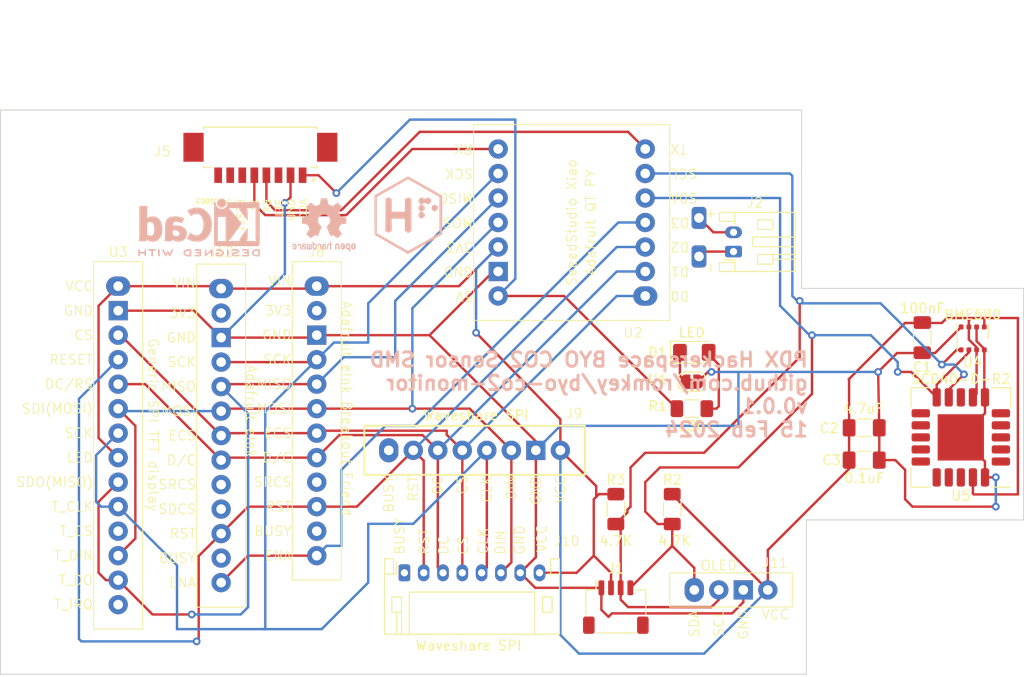
<source format=kicad_pcb>
(kicad_pcb (version 20221018) (generator pcbnew)
  (layers (0 "F.Cu" signal) (31 "B.Cu" signal) (34 "B.Paste" user) (35 "F.Paste" user) (36 "B.SilkS" user "B.Silkscreen") (37 "F.SilkS" user "F.Silkscreen") (38 "B.Mask" user) (39 "F.Mask" user) (44 "Edge.Cuts" user))
  (net 0 "")
  (net 1 "+3.3V")
  (net 2 "GND")
  (net 3 "Net-(D1-K)")
  (net 4 "Net-(D1-A)")
  (net 5 "/SCL")
  (net 6 "/SDA")
  (net 7 "Net-(J2-BAT-)")
  (net 8 "Net-(J2-BAT+)")
  (net 9 "+5V")
  (net 11 "/CPU_TX")
  (net 12 "/CPU_RX")
  (net 17 "/SCK")
  (net 18 "/SDO")
  (net 19 "/SDI")
  (net 20 "/D_CS")
  (net 21 "/DC")
  (net 23 "/D_RST")
  (net 25 "/D_ENA")
  (footprint "1myFootprints:Wavshare ePaper SPI" (layer "F.Cu") (at 76.55 49.784 90)
    (fp_text reference "J9")
    (fp_text value "~" hide)
  )
  (footprint "Package_LGA:Bosch_LGA-8_3x3mm_P0.8mm_ClockwisePinNumbering" (layer "F.Cu") (at 116.732 38.1825 180)
    (fp_text reference "U4")
    (fp_text value "BME680")
  )
  (footprint "MountingHole:MountingHole_2.7mm_M2.5" (layer "F.Cu") (at 95.8 70.3)
    (fp_text reference "H4" hide)
    (fp_text value "MountingHole" hide)
  )
  (footprint "1myFootprints:Xiao ESP32S3" (layer "F.Cu") (at 77.724 13.462 180)
    (fp_text reference "U2")
    (fp_text value "~")
  )
  (footprint "1myFootprints:LiPo Pads" (layer "F.Cu") (at 91.972 27.286 90)
    (fp_text reference "J3" hide)
    (fp_text value "Conn_01x02" hide)
  )
  (footprint "Resistor_SMD:R_1206_3216Metric_Pad1.30x1.75mm_HandSolder" (layer "F.Cu") (at 79.756 55.88 -90)
    (fp_text reference "R3")
    (fp_text value "4.7K")
  )
  (footprint "1myFootprints:Waveshare ePaper SPI JST" (layer "F.Cu") (at 74.55 64.484 90)
    (fp_text reference "J10")
    (fp_text value "~" hide)
  )
  (footprint "Jumper:SolderJumper-2_P1.3mm_Bridged_RoundedPad1.0x1.5mm" (layer "F.Cu") (at 87.63 42.672)
    (fp_text reference "U1")
    (fp_text value "~")
  )
  (footprint "Capacitor_SMD:C_1206_3216Metric_Pad1.33x1.80mm_HandSolder" (layer "F.Cu") (at 105.4855 47.45)
    (fp_text reference "C2")
    (fp_text value "4.7uF")
  )
  (footprint "1myFootprints:Adafruit eInk Breakout Friend" (layer "F.Cu") (at 48.768 58.166)
    (fp_text reference "J8")
    (fp_text value "~" hide)
  )
  (footprint "MountingHole:MountingHole_2.7mm_M2.5" (layer "F.Cu") (at 19.3 70.3)
    (fp_text reference "H3" hide)
    (fp_text value "MountingHole" hide)
  )
  (footprint "1myFootprints:SPI_TFT_TOUCH" (layer "F.Cu") (at 30.734 68.326)
    (fp_text reference "U3")
    (fp_text value "~" hide)
  )
  (footprint "Resistor_SMD:R_1206_3216Metric_Pad1.30x1.75mm_HandSolder" (layer "F.Cu") (at 87.63 45.466)
    (fp_text reference "R1")
    (fp_text value "130")
  )
  (footprint "LED_SMD:LED_1206_3216Metric_Pad1.42x1.75mm_HandSolder" (layer "F.Cu") (at 87.884 39.624)
    (fp_text reference "D1")
    (fp_text value "LED")
  )
  (footprint "MountingHole:MountingHole_2.7mm_M2.5" (layer "F.Cu") (at 95.8 17.8)
    (fp_text reference "H2" hide)
    (fp_text value "MountingHole" hide)
  )
  (footprint "Connector_JST:JST_SH_SM04B-SRSS-TB_1x04-1MP_P1.00mm_Horizontal" (layer "F.Cu") (at 79.756 66.04)
    (fp_text reference "J1")
    (fp_text value "~" hide)
  )
  (footprint "1myFootprints:Adafruit eInk Breakout (GENERIC)" (layer "F.Cu") (at 38.862 58.42)
    (fp_text reference "J12")
    (fp_text value "~" hide)
  )
  (footprint "Capacitor_SMD:C_1206_3216Metric_Pad1.33x1.80mm_HandSolder" (layer "F.Cu") (at 111.506 38.1 -90)
    (fp_text reference "C1")
    (fp_text value "100nF")
  )
  (footprint "MountingHole:MountingHole_2.7mm_M2.5" (layer "F.Cu") (at 19.3 17.8)
    (fp_text reference "H1" hide)
    (fp_text value "MountingHole" hide)
  )
  (footprint "1myFootprints:LiPo Connector" (layer "F.Cu") (at 102.098 28.178 90)
    (fp_text reference "J2")
    (fp_text value "~" hide)
  )
  (footprint "Sensor:Sensirion_SCD4x-1EP_10.1x10.1mm_P1.25mm_EP4.8x4.8mm" (layer "F.Cu") (at 115.5 48.444 180)
    (fp_text reference "U5")
    (fp_text value "SCD40-D-R2")
  )
  (footprint "Capacitor_SMD:C_1206_3216Metric_Pad1.33x1.80mm_HandSolder" (layer "F.Cu") (at 105.4855 50.8)
    (fp_text reference "C3")
    (fp_text value "0.1uF")
  )
  (footprint "Resistor_SMD:R_1206_3216Metric_Pad1.30x1.75mm_HandSolder" (layer "F.Cu") (at 85.598 55.88 -90)
    (fp_text reference "R2")
    (fp_text value "4.7K")
  )
  (footprint "1myFootprints:Generic I2C OLED" (layer "F.Cu") (at 100.584 64.262 90)
    (fp_text reference "J11")
    (fp_text value "~")
  )
  (footprint "1myFootprints:PMS5003 Connector" (layer "F.Cu") (at 42.321 13.4725 180)
    (fp_text reference "J5")
    (fp_text value "~" hide)
  )
  (footprint "Symbol:KiCad-Logo2_5mm_SilkScreen" (layer "B.Cu") (at 36.576 26.67 180)
    (fp_text reference "REF**" hide)
    (fp_text value "KiCad-Logo2_5mm_SilkScreen" hide)
  )
  (footprint "1myFootprints:CTRLH Logo" (layer "B.Cu") (at 58.42 25.4 180)
    (fp_text reference "REF**" hide)
    (fp_text value "CTRLH Logo" hide)
  )
  (footprint "1myFootprints:OSHW-Logo2_7.3x6mm_SilkScreen" (layer "B.Cu") (at 49.53 26.416 180)
    (fp_text reference "REF**" hide)
    (fp_text value "OSHW-Logo2_7.3x6mm_SilkScreen" hide)
  )
  (gr_line (start 122 33) (end 99 33) (stroke (width 0.1)) (layer "Edge.Cuts"))
  (gr_line (start 16 14.5) (end 16 73) (stroke (width 0.1)) (layer "Edge.Cuts"))
  (gr_line (start 99.5 57) (end 122 57) (stroke (width 0.1)) (layer "Edge.Cuts"))
  (gr_line (start 16 73) (end 99.5 73) (stroke (width 0.1)) (layer "Edge.Cuts"))
  (gr_line (start 99 14.5) (end 16 14.5) (stroke (width 0.1)) (layer "Edge.Cuts"))
  (gr_line (start 122 57) (end 122 33) (stroke (width 0.1)) (layer "Edge.Cuts"))
  (gr_line (start 99.5 73) (end 99.5 57) (stroke (width 0.1)) (layer "Edge.Cuts"))
  (gr_line (start 99 33) (end 99 14.5) (stroke (width 0.1)) (layer "Edge.Cuts"))
  (gr_text "PDX Hackerspace BYO CO2 Sensor SMD\ngithub.com/romkey/byo-co2-monitor\nv0.0.1\n15 Feb 2024\n" (at 99.822 48.514) (layer "B.SilkS") (effects (font (size 1.5 1.5) (thickness 0.3) bold) (justify left bottom mirror)))
  (gr_text "Waveshare SPI" (at 58.928 70.612) (layer "F.SilkS") (effects (font (size 1 1)) (justify left bottom)))
  (gr_text "Waveshare SPI" (at 59.69 46.736) (layer "F.SilkS") (effects (font (size 1 1)) (justify left bottom)))
  (segment (start 117.932 36.144) (end 117.856 36.068) (width 0.25) (layer "F.Cu") (net 1))
  (segment (start 77.47 54.864) (end 77.47 60.706) (width 0.25) (layer "F.Cu") (net 1))
  (segment (start 117.132 39.104036) (end 116.332 38.304036) (width 0.25) (layer "F.Cu") (net 1))
  (segment (start 117.932 36.995) (end 117.932 36.144) (width 0.25) (layer "F.Cu") (net 1))
  (segment (start 74.01 49.784) (end 77.724 53.498) (width 0.25) (layer "F.Cu") (net 1))
  (segment (start 117.132 39.37) (end 117.132 43.912) (width 0.25) (layer "F.Cu") (net 1))
  (segment (start 116.586 36.068) (end 116.332 36.322) (width 0.25) (layer "F.Cu") (net 1))
  (segment (start 74.01 49.784) (end 74.01 46.578) (width 0.25) (layer "F.Cu") (net 1))
  (segment (start 113.538 36.576) (end 114.046 36.068) (width 0.25) (layer "F.Cu") (net 1))
  (segment (start 95.504 60.119) (end 95.504 64.262) (width 0.25) (layer "F.Cu") (net 1))
  (segment (start 48.768 32.766) (end 63.5 32.766) (width 0.25) (layer "F.Cu") (net 1))
  (segment (start 110.744 36.576) (end 113.538 36.576) (width 0.25) (layer "F.Cu") (net 1))
  (segment (start 75.692 62.484) (end 77.47 60.706) (width 0.25) (layer "F.Cu") (net 1))
  (segment (start 28.194 50.546) (end 26.162 48.514) (width 0.25) (layer "F.Cu") (net 1))
  (segment (start 117.132 43.912) (end 116.75 44.294) (width 0.25) (layer "F.Cu") (net 1))
  (segment (start 103.886 42.418) (end 103.923 42.455) (width 0.25) (layer "F.Cu") (net 1))
  (segment (start 26.162 48.514) (end 26.162 34.798) (width 0.25) (layer "F.Cu") (net 1))
  (segment (start 103.923 50.8) (end 103.923 51.7) (width 0.25) (layer "F.Cu") (net 1))
  (segment (start 71.85 62.484) (end 75.692 62.484) (width 0.25) (layer "F.Cu") (net 1))
  (segment (start 78.004 54.33) (end 77.724 54.61) (width 0.25) (layer "F.Cu") (net 1))
  (segment (start 38.862 33.02) (end 48.514 33.02) (width 0.25) (layer "F.Cu") (net 1))
  (segment (start 116.75 54.266) (end 116.75 52.594) (width 0.25) (layer "F.Cu") (net 1))
  (segment (start 103.923 47.45) (end 103.923 50.8) (width 0.25) (layer "F.Cu") (net 1))
  (segment (start 116.84 54.356) (end 116.75 54.266) (width 0.25) (layer "F.Cu") (net 1))
  (segment (start 77.724 53.498) (end 77.724 54.61) (width 0.25) (layer "F.Cu") (net 1))
  (segment (start 103.923 42.455) (end 103.923 47.45) (width 0.25) (layer "F.Cu") (net 1))
  (segment (start 117.856 36.068) (end 116.586 36.068) (width 0.25) (layer "F.Cu") (net 1))
  (segment (start 121.412 36.068) (end 121.412 54.356) (width 0.25) (layer "F.Cu") (net 1))
  (segment (start 79.256 62.492) (end 79.256 64.04) (width 0.25) (layer "F.Cu") (net 1))
  (segment (start 114.046 36.068) (end 116.586 36.068) (width 0.25) (layer "F.Cu") (net 1))
  (segment (start 116.332 36.322) (end 116.332 36.995) (width 0.25) (layer "F.Cu") (net 1))
  (segment (start 63.5 32.766) (end 67.564 28.702) (width 0.25) (layer "F.Cu") (net 1))
  (segment (start 77.724 54.61) (end 77.47 54.864) (width 0.25) (layer "F.Cu") (net 1))
  (segment (start 77.47 60.706) (end 79.256 62.492) (width 0.25) (layer "F.Cu") (net 1))
  (segment (start 117.132 39.37) (end 117.132 39.104036) (width 0.25) (layer "F.Cu") (net 1))
  (segment (start 85.598 54.356) (end 95.504 64.262) (width 0.25) (layer "F.Cu") (net 1))
  (segment (start 121.412 54.356) (end 116.84 54.356) (width 0.25) (layer "F.Cu") (net 1))
  (segment (start 79.756 54.33) (end 78.004 54.33) (width 0.25) (layer "F.Cu") (net 1))
  (segment (start 109.728 36.576) (end 103.886 42.418) (width 0.25) (layer "F.Cu") (net 1))
  (segment (start 103.923 51.7) (end 95.504 60.119) (width 0.25) (layer "F.Cu") (net 1))
  (segment (start 116.332 38.304036) (end 116.332 36.995) (width 0.25) (layer "F.Cu") (net 1))
  (segment (start 28.194 32.766) (end 38.608 32.766) (width 0.25) (layer "F.Cu") (net 1))
  (segment (start 110.744 36.576) (end 109.728 36.576) (width 0.25) (layer "F.Cu") (net 1))
  (segment (start 26.162 34.798) (end 28.194 32.766) (width 0.25) (layer "F.Cu") (net 1))
  (segment (start 117.856 36.068) (end 121.412 36.068) (width 0.25) (layer "F.Cu") (net 1))
  (segment (start 74.01 46.578) (end 65.278 37.592) (width 0.25) (layer "F.Cu") (net 1))
  (via (at 65.278 37.592) (size 0.8) (drill 0.4) (layers "F.Cu" "B.Cu") (net 1))
  (segment (start 74.01 68.93) (end 75.946 70.866) (width 0.25) (layer "B.Cu") (net 1))
  (segment (start 67.564 28.702) (end 65.278 30.988) (width 0.25) (layer "B.Cu") (net 1))
  (segment (start 88.9 70.866) (end 95.504 64.262) (width 0.25) (layer "B.Cu") (net 1))
  (segment (start 65.278 30.988) (end 65.278 37.592) (width 0.25) (layer "B.Cu") (net 1))
  (segment (start 75.946 70.866) (end 88.9 70.866) (width 0.25) (layer "B.Cu") (net 1))
  (segment (start 74.01 49.784) (end 74.01 68.93) (width 0.25) (layer "B.Cu") (net 1))
  (segment (start 107.048 41.542) (end 106.934 41.656) (width 0.25) (layer "F.Cu") (net 2))
  (segment (start 112.826 39.701) (end 115.532 36.995) (width 0.25) (layer "F.Cu") (net 2))
  (segment (start 71.47 48.864) (end 71.47 49.784) (width 0.25) (layer "F.Cu") (net 2))
  (segment (start 46.051 23.545) (end 46.051 21.2625) (width 0.25) (layer "F.Cu") (net 2))
  (segment (start 36.068 35.306) (end 38.862 38.1) (width 0.25) (layer "F.Cu") (net 2))
  (segment (start 60.452 37.846) (end 48.768 37.846) (width 0.25) (layer "F.Cu") (net 2))
  (segment (start 119.11 52.594) (end 119.126 52.578) (width 0.25) (layer "F.Cu") (net 2))
  (segment (start 28.194 35.306) (end 36.068 35.306) (width 0.25) (layer "F.Cu") (net 2))
  (segment (start 89.662 41.656) (end 89.296 41.656) (width 0.25) (layer "F.Cu") (net 2))
  (segment (start 45.466 24.13) (end 46.051 23.545) (width 0.25) (layer "F.Cu") (net 2))
  (segment (start 109.728 54.864) (end 110.49 55.626) (width 0.25) (layer "F.Cu") (net 2))
  (segment (start 71.406 64.04) (end 69.85 62.484) (width 0.25) (layer "F.Cu") (net 2))
  (segment (start 118 52.594) (end 119.11 52.594) (width 0.25) (layer "F.Cu") (net 2))
  (segment (start 89.296 41.656) (end 88.28 42.672) (width 0.25) (layer "F.Cu") (net 2))
  (segment (start 110.744 39.701) (end 108.889 39.701) (width 0.25) (layer "F.Cu") (net 2))
  (segment (start 107.048 47.45) (end 107.048 50.8) (width 0.25) (layer "F.Cu") (net 2))
  (segment (start 118 50.944) (end 115.5 48.444) (width 0.25) (layer "F.Cu") (net 2))
  (segment (start 60.452 37.846) (end 71.47 48.864) (width 0.25) (layer "F.Cu") (net 2))
  (segment (start 78.256 64.04) (end 71.406 64.04) (width 0.25) (layer "F.Cu") (net 2))
  (segment (start 78.256 66.318) (end 78.994 67.056) (width 0.25) (layer "F.Cu") (net 2))
  (segment (start 71.47 60.864) (end 69.85 62.484) (width 0.25) (layer "F.Cu") (net 2))
  (segment (start 117.132 36.995) (end 117.132 38.46764) (width 0.25) (layer "F.Cu") (net 2))
  (segment (start 79.36 66.69) (end 91.806 66.69) (width 0.25) (layer "F.Cu") (net 2))
  (segment (start 71.47 49.784) (end 71.47 60.864) (width 0.25) (layer "F.Cu") (net 2))
  (segment (start 109.728 51.816) (end 109.728 54.864) (width 0.25) (layer "F.Cu") (net 2))
  (segment (start 118 52.594) (end 118 50.944) (width 0.25) (layer "F.Cu") (net 2))
  (segment (start 107.048 50.8) (end 108.712 50.8) (width 0.25) (layer "F.Cu") (net 2))
  (segment (start 106.934 41.656) (end 107.048 47.45) (width 0.25) (layer "F.Cu") (net 2))
  (segment (start 118 44.294) (end 118 45.944) (width 0.25) (layer "F.Cu") (net 2))
  (segment (start 91.806 66.69) (end 92.964 65.532) (width 0.25) (layer "F.Cu") (net 2))
  (segment (start 117.132 38.46764) (end 117.932 39.26764) (width 0.25) (layer "F.Cu") (net 2))
  (segment (start 38.862 38.1) (end 48.514 38.1) (width 0.25) (layer "F.Cu") (net 2))
  (segment (start 110.744 39.701) (end 112.826 39.701) (width 0.25) (layer "F.Cu") (net 2))
  (segment (start 118 45.944) (end 115.5 48.444) (width 0.25) (layer "F.Cu") (net 2))
  (segment (start 110.49 55.626) (end 119.126 55.626) (width 0.25) (layer "F.Cu") (net 2))
  (segment (start 117.932 39.37) (end 117.932 44.226) (width 0.25) (layer "F.Cu") (net 2))
  (segment (start 92.964 65.532) (end 92.964 64.262) (width 0.25) (layer "F.Cu") (net 2))
  (segment (start 108.712 50.8) (end 109.728 51.816) (width 0.25) (layer "F.Cu") (net 2))
  (segment (start 78.256 64.04) (end 78.256 66.318) (width 0.25) (layer "F.Cu") (net 2))
  (segment (start 67.056 31.242) (end 60.452 37.846) (width 0.25) (layer "F.Cu") (net 2))
  (segment (start 78.994 67.056) (end 79.36 66.69) (width 0.25) (layer "F.Cu") (net 2))
  (segment (start 108.889 39.701) (end 107.048 41.542) (width 0.25) (layer "F.Cu") (net 2))
  (via (at 119.126 52.578) (size 0.8) (drill 0.4) (layers "F.Cu" "B.Cu") (net 2))
  (via (at 119.126 55.626) (size 0.8) (drill 0.4) (layers "F.Cu" "B.Cu") (net 2))
  (via (at 89.662 41.656) (size 0.8) (drill 0.4) (layers "F.Cu" "B.Cu") (net 2))
  (via (at 106.934 41.656) (size 0.8) (drill 0.4) (layers "F.Cu" "B.Cu") (net 2))
  (via (at 45.466 24.13) (size 0.8) (drill 0.4) (layers "F.Cu" "B.Cu") (net 2))
  (segment (start 92.456 47.244) (end 92.456 41.656) (width 0.25) (layer "B.Cu") (net 2))
  (segment (start 45.466 31.496) (end 45.466 24.13) (width 0.25) (layer "B.Cu") (net 2))
  (segment (start 119.126 52.578) (end 119.126 55.626) (width 0.25) (layer "B.Cu") (net 2))
  (segment (start 38.862 38.1) (end 45.466 31.496) (width 0.25) (layer "B.Cu") (net 2))
  (segment (start 74.01 47.244) (end 92.456 47.244) (width 0.25) (layer "B.Cu") (net 2))
  (segment (start 71.47 49.784) (end 74.01 47.244) (width 0.25) (layer "B.Cu") (net 2))
  (segment (start 106.934 41.656) (end 92.456 41.656) (width 0.25) (layer "B.Cu") (net 2))
  (segment (start 92.456 41.656) (end 89.662 41.656) (width 0.25) (layer "B.Cu") (net 2))
  (segment (start 86.3965 42.0885) (end 86.98 42.672) (width 0.25) (layer "F.Cu") (net 3))
  (segment (start 86.3965 39.624) (end 86.3965 42.0885) (width 0.25) (layer "F.Cu") (net 3))
  (segment (start 90.424 40.894) (end 90.424 45.212) (width 0.25) (layer "F.Cu") (net 4))
  (segment (start 90.17 45.466) (end 89.18 45.466) (width 0.25) (layer "F.Cu") (net 4))
  (segment (start 90.424 45.212) (end 90.17 45.466) (width 0.25) (layer "F.Cu") (net 4))
  (segment (start 89.3715 39.8415) (end 90.424 40.894) (width 0.25) (layer "F.Cu") (net 4))
  (segment (start 98.806 40.132) (end 98.806 34.544) (width 0.25) (layer "F.Cu") (net 5))
  (segment (start 88.9 50.038) (end 98.806 40.132) (width 0.25) (layer "F.Cu") (net 5))
  (segment (start 115.062 39.37) (end 115.532 39.37) (width 0.25) (layer "F.Cu") (net 5))
  (segment (start 113.538 40.894) (end 115.062 39.37) (width 0.25) (layer "F.Cu") (net 5))
  (segment (start 80.956 56.23) (end 80.956 55.95) (width 0.25) (layer "F.Cu") (net 5))
  (segment (start 79.756 57.43) (end 80.956 56.23) (width 0.25) (layer "F.Cu") (net 5))
  (segment (start 90.424 64.262) (end 90.424 65.278) (width 0.25) (layer "F.Cu") (net 5))
  (segment (start 90.424 65.278) (end 89.662 66.04) (width 0.25) (layer "F.Cu") (net 5))
  (segment (start 80.256 65.27) (end 80.256 64.04) (width 0.25) (layer "F.Cu") (net 5))
  (segment (start 82.804 50.038) (end 88.9 50.038) (width 0.25) (layer "F.Cu") (net 5))
  (segment (start 81.28 55.626) (end 81.28 51.562) (width 0.25) (layer "F.Cu") (net 5))
  (segment (start 80.256 57.93) (end 80.256 64.04) (width 0.25) (layer "F.Cu") (net 5))
  (segment (start 81.026 66.04) (end 80.256 65.27) (width 0.25) (layer "F.Cu") (net 5))
  (segment (start 114.25 43.484) (end 115.824 41.91) (width 0.25) (layer "F.Cu") (net 5))
  (segment (start 80.956 55.95) (end 81.28 55.626) (width 0.25) (layer "F.Cu") (net 5))
  (segment (start 89.662 66.04) (end 81.026 66.04) (width 0.25) (layer "F.Cu") (net 5))
  (segment (start 81.28 51.562) (end 82.804 50.038) (width 0.25) (layer "F.Cu") (net 5))
  (via (at 98.806 34.29) (size 0.8) (drill 0.4) (layers "F.Cu" "B.Cu") (net 5))
  (via (at 115.824 41.91) (size 0.8) (drill 0.4) (layers "F.Cu" "B.Cu") (net 5))
  (via (at 113.538 40.894) (size 0.8) (drill 0.4) (layers "F.Cu" "B.Cu") (net 5))
  (segment (start 98.806 34.544) (end 98.806 34.29) (width 0.25) (layer "B.Cu") (net 5))
  (segment (start 97.79 21.082) (end 82.804 21.082) (width 0.25) (layer "B.Cu") (net 5))
  (segment (start 114.808 40.894) (end 113.538 40.894) (width 0.25) (layer "B.Cu") (net 5))
  (segment (start 98.044 33.782) (end 98.044 21.336) (width 0.25) (layer "B.Cu") (net 5))
  (segment (start 98.044 21.336) (end 97.79 21.082) (width 0.25) (layer "B.Cu") (net 5))
  (segment (start 98.552 34.29) (end 98.044 33.782) (width 0.25) (layer "B.Cu") (net 5))
  (segment (start 98.806 34.29) (end 98.552 34.29) (width 0.25) (layer "B.Cu") (net 5))
  (segment (start 113.538 40.894) (end 107.188 34.544) (width 0.25) (layer "B.Cu") (net 5))
  (segment (start 115.824 41.91) (end 114.808 40.894) (width 0.25) (layer "B.Cu") (net 5))
  (segment (start 107.188 34.544) (end 98.806 34.544) (width 0.25) (layer "B.Cu") (net 5))
  (segment (start 110.362 41.656) (end 113 44.294) (width 0.25) (layer "F.Cu") (net 6))
  (segment (start 113 42.964499) (end 113 44.294) (width 0.25) (layer "F.Cu") (net 6))
  (segment (start 87.884 61.984) (end 87.884 64.262) (width 0.25) (layer "F.Cu") (net 6))
  (segment (start 108.966 41.656) (end 110.362 41.656) (width 0.25) (layer "F.Cu") (net 6))
  (segment (start 85.598 57.43) (end 85.598 59.698) (width 0.25) (layer "F.Cu") (net 6))
  (segment (start 82.804 53.086) (end 84.328 51.562) (width 0.25) (layer "F.Cu") (net 6))
  (segment (start 85.598 59.698) (end 81.256 64.04) (width 0.25) (layer "F.Cu") (net 6))
  (segment (start 116.332 39.37) (end 116.332 39.632499) (width 0.25) (layer "F.Cu") (net 6))
  (segment (start 84.328 51.562) (end 92.456 51.562) (width 0.25) (layer "F.Cu") (net 6))
  (segment (start 84.1 57.43) (end 82.804 56.134) (width 0.25) (layer "F.Cu") (net 6))
  (segment (start 92.456 51.562) (end 100.076 43.942) (width 0.25) (layer "F.Cu") (net 6))
  (segment (start 85.598 59.698) (end 87.884 61.984) (width 0.25) (layer "F.Cu") (net 6))
  (segment (start 100.076 43.942) (end 100.076 37.846) (width 0.25) (layer "F.Cu") (net 6))
  (segment (start 116.332 39.632499) (end 113 42.964499) (width 0.25) (layer "F.Cu") (net 6))
  (segment (start 82.804 56.134) (end 82.804 53.086) (width 0.25) (layer "F.Cu") (net 6))
  (segment (start 85.598 57.43) (end 84.1 57.43) (width 0.25) (layer "F.Cu") (net 6))
  (via (at 108.966 41.656) (size 0.8) (drill 0.4) (layers "F.Cu" "B.Cu") (net 6))
  (via (at 100.076 37.846) (size 0.8) (drill 0.4) (layers "F.Cu" "B.Cu") (net 6))
  (segment (start 108.966 40.64) (end 108.966 41.656) (width 0.25) (layer "B.Cu") (net 6))
  (segment (start 99.822 37.846) (end 100.076 37.846) (width 0.25) (layer "B.Cu") (net 6))
  (segment (start 100.076 37.846) (end 106.172 37.846) (width 0.25) (layer "B.Cu") (net 6))
  (segment (start 96.774 23.622) (end 96.774 34.798) (width 0.25) (layer "B.Cu") (net 6))
  (segment (start 82.804 23.622) (end 96.774 23.622) (width 0.25) (layer "B.Cu") (net 6))
  (segment (start 106.172 37.846) (end 108.966 40.64) (width 0.25) (layer "B.Cu") (net 6))
  (segment (start 96.774 34.798) (end 99.822 37.846) (width 0.25) (layer "B.Cu") (net 6))
  (segment (start 91.948 29.178) (end 88.88 29.178) (width 0.25) (layer "F.Cu") (net 7))
  (segment (start 88.88 29.178) (end 88.372 29.686) (width 0.25) (layer "F.Cu") (net 7))
  (segment (start 91.948 27.178) (end 89.864 27.178) (width 0.25) (layer "F.Cu") (net 8))
  (segment (start 89.864 27.178) (end 88.372 25.686) (width 0.25) (layer "F.Cu") (net 8))
  (segment (start 50.8 23.114) (end 48.9485 21.2625) (width 0.25) (layer "F.Cu") (net 9))
  (segment (start 67.564 33.782) (end 74.396 33.782) (width 0.25) (layer "F.Cu") (net 9))
  (segment (start 48.9485 21.2625) (end 47.301 21.2625) (width 0.25) (layer "F.Cu") (net 9))
  (segment (start 74.396 33.782) (end 86.08 45.466) (width 0.25) (layer "F.Cu") (net 9))
  (via (at 50.8 23.114) (size 0.8) (drill 0.4) (layers "F.Cu" "B.Cu") (net 9))
  (segment (start 58.42 15.494) (end 50.8 23.114) (width 0.25) (layer "B.Cu") (net 9))
  (segment (start 69.342 15.494) (end 58.42 15.494) (width 0.25) (layer "B.Cu") (net 9))
  (segment (start 69.342 32.004) (end 69.342 15.494) (width 0.25) (layer "B.Cu") (net 9))
  (segment (start 67.564 33.782) (end 69.342 32.004) (width 0.25) (layer "B.Cu") (net 9))
  (segment (start 44.45 24.892) (end 51.308 24.892) (width 0.25) (layer "F.Cu") (net 11))
  (segment (start 43.551 23.993) (end 44.45 24.892) (width 0.25) (layer "F.Cu") (net 11))
  (segment (start 59.436 16.764) (end 81.026 16.764) (width 0.25) (layer "F.Cu") (net 11))
  (segment (start 43.551 21.2625) (end 43.551 23.993) (width 0.25) (layer "F.Cu") (net 11))
  (segment (start 51.308 24.892) (end 59.436 16.764) (width 0.25) (layer "F.Cu") (net 11))
  (segment (start 81.026 16.764) (end 82.804 18.542) (width 0.25) (layer "F.Cu") (net 11))
  (segment (start 43.434 25.4) (end 42.301 24.267) (width 0.25) (layer "F.Cu") (net 12))
  (segment (start 42.301 24.267) (end 42.301 21.2625) (width 0.25) (layer "F.Cu") (net 12))
  (segment (start 51.816 25.4) (end 43.434 25.4) (width 0.25) (layer "F.Cu") (net 12))
  (segment (start 67.564 18.542) (end 58.674 18.542) (width 0.25) (layer "F.Cu") (net 12))
  (segment (start 58.674 18.542) (end 51.816 25.4) (width 0.25) (layer "F.Cu") (net 12))
  (segment (start 38.862 40.64) (end 48.514 40.64) (width 0.25) (layer "F.Cu") (net 17))
  (segment (start 66.39 61.944) (end 65.85 62.484) (width 0.25) (layer "F.Cu") (net 17))
  (segment (start 66.39 49.784) (end 66.39 61.944) (width 0.25) (layer "F.Cu") (net 17))
  (segment (start 26.416 55.626) (end 25.908 55.118) (width 0.25) (layer "B.Cu") (net 17))
  (segment (start 67.564 21.082) (end 54.102 34.544) (width 0.25) (layer "B.Cu") (net 17))
  (segment (start 43.434 68.326) (end 43.18 68.326) (width 0.25) (layer "B.Cu") (net 17))
  (segment (start 54.102 34.544) (end 54.102 38.608) (width 0.25) (layer "B.Cu") (net 17))
  (segment (start 25.908 50.292) (end 28.194 48.006) (width 0.25) (layer "B.Cu") (net 17))
  (segment (start 43.18 68.326) (end 34.29 68.326) (width 0.25) (layer "B.Cu") (net 17))
  (segment (start 54.102 63.5) (end 49.276 68.326) (width 0.25) (layer "B.Cu") (net 17))
  (segment (start 66.39 49.784) (end 58.77 57.404) (width 0.25) (layer "B.Cu") (net 17))
  (segment (start 28.194 55.626) (end 26.416 55.626) (width 0.25) (layer "B.Cu") (net 17))
  (segment (start 43.434 45.72) (end 43.434 68.326) (width 0.25) (layer "B.Cu") (net 17))
  (segment (start 34.29 68.326) (end 34.29 61.722) (width 0.25) (layer "B.Cu") (net 17))
  (segment (start 54.102 38.608) (end 50.546 38.608) (width 0.25) (layer "B.Cu") (net 17))
  (segment (start 48.768 40.386) (end 43.434 45.72) (width 0.25) (layer "B.Cu") (net 17))
  (segment (start 49.276 68.326) (end 43.18 68.326) (width 0.25) (layer "B.Cu") (net 17))
  (segment (start 50.546 38.608) (end 48.768 40.386) (width 0.25) (layer "B.Cu") (net 17))
  (segment (start 25.908 55.118) (end 25.908 50.292) (width 0.25) (layer "B.Cu") (net 17))
  (segment (start 34.29 61.722) (end 28.194 55.626) (width 0.25) (layer "B.Cu") (net 17))
  (segment (start 58.77 57.404) (end 54.102 57.404) (width 0.25) (layer "B.Cu") (net 17))
  (segment (start 54.102 57.404) (end 54.102 63.5) (width 0.25) (layer "B.Cu") (net 17))
  (segment (start 28.194 63.246) (end 26.924 63.246) (width 0.25) (layer "F.Cu") (net 18))
  (segment (start 48.768 42.926) (end 39.116 42.926) (width 0.25) (layer "F.Cu") (net 18))
  (segment (start 31.75 66.802) (end 28.194 63.246) (width 0.25) (layer "F.Cu") (net 18))
  (segment (start 26.924 63.246) (end 26.162 62.484) (width 0.25) (layer "F.Cu") (net 18))
  (segment (start 26.162 55.118) (end 28.194 53.086) (width 0.25) (layer "F.Cu") (net 18))
  (segment (start 35.814 66.802) (end 31.75 66.802) (width 0.25) (layer "F.Cu") (net 18))
  (segment (start 26.162 62.484) (end 26.162 55.118) (width 0.25) (layer "F.Cu") (net 18))
  (via (at 35.814 66.802) (size 0.8) (drill 0.4) (layers "F.Cu" "B.Cu") (net 18))
  (segment (start 67.564 23.622) (end 56.896 34.29) (width 0.25) (layer "B.Cu") (net 18))
  (segment (start 38.862 43.18) (end 41.656 45.974) (width 0.25) (layer "B.Cu") (net 18))
  (segment (start 51.562 40.132) (end 48.768 42.926) (width 0.25) (layer "B.Cu") (net 18))
  (segment (start 41.656 66.04) (end 40.894 66.802) (width 0.25) (layer "B.Cu") (net 18))
  (segment (start 41.656 45.974) (end 41.656 66.04) (width 0.25) (layer "B.Cu") (net 18))
  (segment (start 56.896 34.29) (end 56.896 40.132) (width 0.25) (layer "B.Cu") (net 18))
  (segment (start 56.896 40.132) (end 51.562 40.132) (width 0.25) (layer "B.Cu") (net 18))
  (segment (start 40.894 66.802) (end 35.814 66.802) (width 0.25) (layer "B.Cu") (net 18))
  (segment (start 64.612 45.466) (end 48.768 45.466) (width 0.25) (layer "F.Cu") (net 19))
  (segment (start 29.972 47.244) (end 28.194 45.466) (width 0.25) (layer "F.Cu") (net 19))
  (segment (start 68.93 49.784) (end 64.612 45.466) (width 0.25) (layer "F.Cu") (net 19))
  (segment (start 28.194 60.706) (end 29.972 58.928) (width 0.25) (layer "F.Cu") (net 19))
  (segment (start 29.972 58.928) (end 29.972 47.244) (width 0.25) (layer "F.Cu") (net 19))
  (segment (start 68.93 61.404) (end 67.85 62.484) (width 0.25) (layer "F.Cu") (net 19))
  (segment (start 48.768 45.466) (end 39.116 45.466) (width 0.25) (layer "F.Cu") (net 19))
  (segment (start 68.93 49.784) (end 68.93 61.404) (width 0.25) (layer "F.Cu") (net 19))
  (via (at 58.674 45.466) (size 0.8) (drill 0.4) (layers "F.Cu" "B.Cu") (net 19))
  (segment (start 38.862 45.72) (end 28.448 45.72) (width 0.25) (layer "B.Cu") (net 19))
  (segment (start 58.674 35.052) (end 58.674 45.466) (width 0.25) (layer "B.Cu") (net 19))
  (segment (start 67.564 26.162) (end 58.674 35.052) (width 0.25) (layer "B.Cu") (net 19))
  (segment (start 62.23 47.752) (end 62.23 48.164) (width 0.25) (layer "F.Cu") (net 20))
  (segment (start 62.23 48.164) (end 63.85 49.784) (width 0.25) (layer "F.Cu") (net 20))
  (segment (start 49.022 47.752) (end 62.23 47.752) (width 0.25) (layer "F.Cu") (net 20))
  (segment (start 63.85 62.484) (end 63.85 49.784) (width 0.25) (layer "F.Cu") (net 20))
  (segment (start 48.768 48.006) (end 39.116 48.006) (width 0.25) (layer "F.Cu") (net 20))
  (segment (start 38.862 48.26) (end 28.448 37.846) (width 0.25) (layer "F.Cu") (net 20))
  (segment (start 82.804 33.782) (end 79.852 33.782) (width 0.25) (layer "B.Cu") (net 20))
  (segment (start 79.852 33.782) (end 63.85 49.784) (width 0.25) (layer "B.Cu") (net 20))
  (segment (start 61.31 61.944) (end 61.85 62.484) (width 0.25) (layer "F.Cu") (net 21))
  (segment (start 61.31 49.784) (end 59.735 48.209) (width 0.25) (layer "F.Cu") (net 21))
  (segment (start 38.862 50.8) (end 30.988 42.926) (width 0.25) (layer "F.Cu") (net 21))
  (segment (start 61.31 49.784) (end 61.31 61.944) (width 0.25) (layer "F.Cu") (net 21))
  (segment (start 59.735 48.209) (end 51.105 48.209) (width 0.25) (layer "F.Cu") (net 21))
  (segment (start 30.988 42.926) (end 28.194 42.926) (width 0.25) (layer "F.Cu") (net 21))
  (segment (start 51.105 48.209) (end 48.768 50.546) (width 0.25) (layer "F.Cu") (net 21))
  (segment (start 48.768 50.546) (end 39.116 50.546) (width 0.25) (layer "F.Cu") (net 21))
  (segment (start 79.852 31.242) (end 61.31 49.784) (width 0.25) (layer "B.Cu") (net 21))
  (segment (start 82.804 31.242) (end 79.852 31.242) (width 0.25) (layer "B.Cu") (net 21))
  (segment (start 41.656 55.626) (end 38.862 58.42) (width 0.25) (layer "F.Cu") (net 23))
  (segment (start 59.85 62.484) (end 59.85 50.864) (width 0.25) (layer "F.Cu") (net 23))
  (segment (start 36.539 69.379) (end 36.539 60.743) (width 0.25) (layer "F.Cu") (net 23))
  (segment (start 48.768 55.626) (end 41.656 55.626) (width 0.25) (layer "F.Cu") (net 23))
  (segment (start 52.928 55.626) (end 48.768 55.626) (width 0.25) (layer "F.Cu") (net 23))
  (segment (start 36.322 69.596) (end 36.539 69.379) (width 0.25) (layer "F.Cu") (net 23))
  (segment (start 58.77 49.784) (end 52.928 55.626) (width 0.25) (layer "F.Cu") (net 23))
  (segment (start 59.85 50.864) (end 58.77 49.784) (width 0.25) (layer "F.Cu") (net 23))
  (segment (start 36.539 60.743) (end 38.862 58.42) (width 0.25) (layer "F.Cu") (net 23))
  (via (at 36.322 69.596) (size 0.8) (drill 0.4) (layers "F.Cu" "B.Cu") (net 23))
  (segment (start 24.13 44.45) (end 24.13 69.342) (width 0.25) (layer "B.Cu") (net 23))
  (segment (start 24.384 69.596) (end 36.322 69.596) (width 0.25) (layer "B.Cu") (net 23))
  (segment (start 28.194 40.386) (end 24.13 44.45) (width 0.25) (layer "B.Cu") (net 23))
  (segment (start 82.804 28.702) (end 79.852 28.702) (width 0.25) (layer "B.Cu") (net 23))
  (segment (start 24.13 69.342) (end 24.384 69.596) (width 0.25) (layer "B.Cu") (net 23))
  (segment (start 79.852 28.702) (end 58.77 49.784) (width 0.25) (layer "B.Cu") (net 23))
  (segment (start 48.768 60.706) (end 41.656 60.706) (width 0.25) (layer "F.Cu") (net 25))
  (segment (start 41.656 60.706) (end 38.862 63.5) (width 0.25) (layer "F.Cu") (net 25))
  (segment (start 51.308 59.69) (end 49.784 59.69) (width 0.25) (layer "B.Cu") (net 25))
  (segment (start 80.01 26.162) (end 58.928 47.244) (width 0.25) (layer "B.Cu") (net 25))
  (segment (start 49.784 59.69) (end 48.768 60.706) (width 0.25) (layer "B.Cu") (net 25))
  (segment (start 82.804 26.162) (end 80.01 26.162) (width 0.25) (layer "B.Cu") (net 25))
  (segment (start 51.308 51.816) (end 51.308 59.69) (width 0.25) (layer "B.Cu") (net 25))
  (segment (start 58.928 47.244) (end 55.88 47.244) (width 0.25) (layer "B.Cu") (net 25))
  (segment (start 55.88 47.244) (end 51.308 51.816) (width 0.25) (layer "B.Cu") (net 25))
)
</source>
